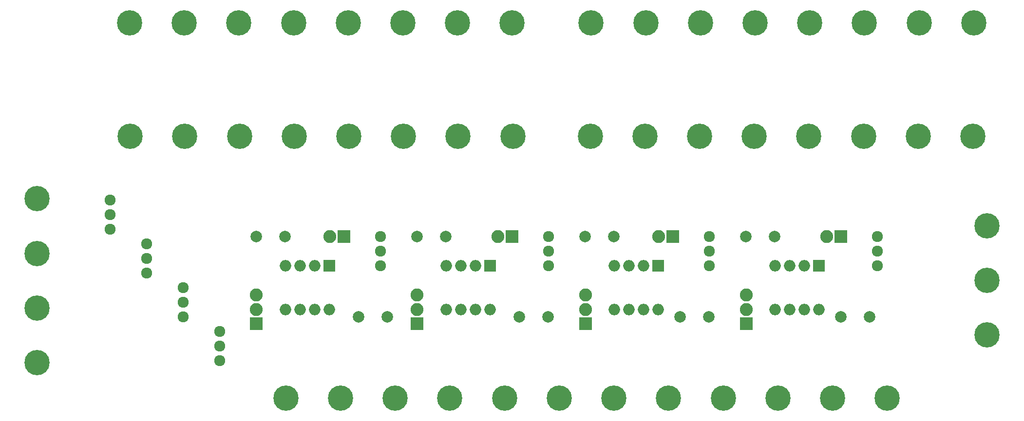
<source format=gbr>
G04 #@! TF.FileFunction,Soldermask,Bot*
%FSLAX46Y46*%
G04 Gerber Fmt 4.6, Leading zero omitted, Abs format (unit mm)*
G04 Created by KiCad (PCBNEW 4.0.5) date 01/24/17 10:53:09*
%MOMM*%
%LPD*%
G01*
G04 APERTURE LIST*
%ADD10C,0.100000*%
%ADD11C,4.400000*%
%ADD12R,2.000000X2.000000*%
%ADD13O,2.000000X2.000000*%
%ADD14C,2.000000*%
%ADD15C,1.924000*%
%ADD16R,2.250000X2.250000*%
%ADD17C,2.250000*%
G04 APERTURE END LIST*
D10*
D11*
X145667600Y-58724800D03*
X155167600Y-58724800D03*
X164667600Y-58724800D03*
X174167600Y-58724800D03*
X183667600Y-58724800D03*
X193167600Y-58724800D03*
X202667600Y-58724800D03*
X212167600Y-58724800D03*
X65708400Y-58775600D03*
X75208400Y-58775600D03*
X84708400Y-58775600D03*
X94208400Y-58775600D03*
X103708400Y-58775600D03*
X113208400Y-58775600D03*
X122708400Y-58775600D03*
X132208400Y-58775600D03*
X65606800Y-39014400D03*
X75106800Y-39014400D03*
X84606800Y-39014400D03*
X94106800Y-39014400D03*
X103606800Y-39014400D03*
X113106800Y-39014400D03*
X122606800Y-39014400D03*
X132106800Y-39014400D03*
X214630000Y-93320000D03*
X214630000Y-83820000D03*
X214630000Y-74320000D03*
D12*
X100330000Y-81280000D03*
D13*
X92710000Y-88900000D03*
X97790000Y-81280000D03*
X95250000Y-88900000D03*
X95250000Y-81280000D03*
X97790000Y-88900000D03*
X92710000Y-81280000D03*
X100330000Y-88900000D03*
D12*
X128270000Y-81280000D03*
D13*
X120650000Y-88900000D03*
X125730000Y-81280000D03*
X123190000Y-88900000D03*
X123190000Y-81280000D03*
X125730000Y-88900000D03*
X120650000Y-81280000D03*
X128270000Y-88900000D03*
D12*
X157480000Y-81280000D03*
D13*
X149860000Y-88900000D03*
X154940000Y-81280000D03*
X152400000Y-88900000D03*
X152400000Y-81280000D03*
X154940000Y-88900000D03*
X149860000Y-81280000D03*
X157480000Y-88900000D03*
D12*
X185420000Y-81280000D03*
D13*
X177800000Y-88900000D03*
X182880000Y-81280000D03*
X180340000Y-88900000D03*
X180340000Y-81280000D03*
X182880000Y-88900000D03*
X177800000Y-81280000D03*
X185420000Y-88900000D03*
D11*
X92780000Y-104340000D03*
X102280000Y-104340000D03*
X111780000Y-104340000D03*
X121280000Y-104340000D03*
X130780000Y-104340000D03*
X140280000Y-104340000D03*
X149780000Y-104340000D03*
X159280000Y-104340000D03*
X168780000Y-104340000D03*
X178280000Y-104340000D03*
X187780000Y-104340000D03*
X197280000Y-104340000D03*
X49530000Y-69620000D03*
X49530000Y-79120000D03*
X49530000Y-88620000D03*
X49530000Y-98120000D03*
D14*
X105410000Y-90170000D03*
X110410000Y-90170000D03*
X87630000Y-76200000D03*
X92630000Y-76200000D03*
X133350000Y-90170000D03*
X138350000Y-90170000D03*
X115570000Y-76200000D03*
X120570000Y-76200000D03*
X161290000Y-90170000D03*
X166290000Y-90170000D03*
X144780000Y-76200000D03*
X149780000Y-76200000D03*
X189230000Y-90170000D03*
X194230000Y-90170000D03*
X172720000Y-76200000D03*
X177720000Y-76200000D03*
D15*
X109220000Y-78740000D03*
X109220000Y-81280000D03*
X109220000Y-76200000D03*
X138430000Y-78740000D03*
X138430000Y-81280000D03*
X138430000Y-76200000D03*
X166370000Y-78740000D03*
X166370000Y-81280000D03*
X166370000Y-76200000D03*
X195580000Y-78740000D03*
X195580000Y-81280000D03*
X195580000Y-76200000D03*
X81280000Y-95250000D03*
X81280000Y-97790000D03*
X81280000Y-92710000D03*
X74930000Y-87630000D03*
X74930000Y-90170000D03*
X74930000Y-85090000D03*
X68580000Y-80010000D03*
X68580000Y-82550000D03*
X68580000Y-77470000D03*
X62230000Y-72390000D03*
X62230000Y-74930000D03*
X62230000Y-69850000D03*
D16*
X102870000Y-76200000D03*
D17*
X100370000Y-76200000D03*
D16*
X132080000Y-76200000D03*
D17*
X129580000Y-76200000D03*
D16*
X160020000Y-76200000D03*
D17*
X157520000Y-76200000D03*
D16*
X189230000Y-76200000D03*
D17*
X186730000Y-76200000D03*
D11*
X145820000Y-39014400D03*
X155320000Y-39014400D03*
X164820000Y-39014400D03*
X174320000Y-39014400D03*
X183820000Y-39014400D03*
X193320000Y-39014400D03*
X202820000Y-39014400D03*
X212320000Y-39014400D03*
D16*
X87630000Y-91389200D03*
D17*
X87630000Y-88889200D03*
X87630000Y-86389200D03*
D16*
X115570000Y-91389200D03*
D17*
X115570000Y-88889200D03*
X115570000Y-86389200D03*
D16*
X144830800Y-91389200D03*
D17*
X144830800Y-88889200D03*
X144830800Y-86389200D03*
D16*
X172770800Y-91389200D03*
D17*
X172770800Y-88889200D03*
X172770800Y-86389200D03*
M02*

</source>
